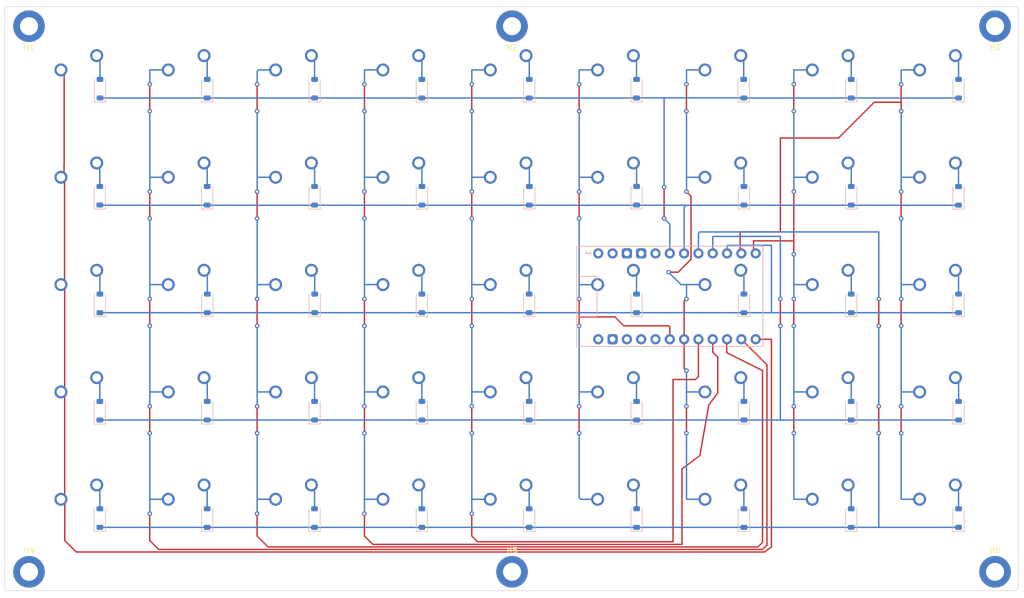
<source format=kicad_pcb>
(kicad_pcb (version 20240108) (generator "pcbnew") (generator_version "8.0")
  (layers (0 "F.Cu" signal) (31 "B.Cu" signal) (34 "B.Paste" user) (35 "F.Paste" user) (36 "B.SilkS" user "B.Silkscreen") (37 "F.SilkS" user "F.Silkscreen") (38 "B.Mask" user) (39 "F.Mask" user) (44 "Edge.Cuts" user))
  (net 0 "")
  (net 1 "Net-(D1-A)")
  (net 2 "Net-(D3-A)")
  (net 3 "Net-(D4-A)")
  (net 4 "Net-(D5-A)")
  (net 5 "Net-(D6-A)")
  (net 6 "Net-(D7-A)")
  (net 7 "Net-(D8-A)")
  (net 8 "Net-(D10-A)")
  (net 9 "Net-(D11-A)")
  (net 10 "Net-(D12-A)")
  (net 11 "Net-(D13-A)")
  (net 12 "Net-(D14-A)")
  (net 13 "Net-(D15-A)")
  (net 14 "Net-(D16-A)")
  (net 15 "Net-(D17-A)")
  (net 16 "Net-(D18-A)")
  (net 17 "Net-(D20-A)")
  (net 18 "Net-(D21-A)")
  (net 19 "Net-(D22-A)")
  (net 20 "Net-(D24-A)")
  (net 21 "Net-(D25-A)")
  (net 22 "Net-(D26-A)")
  (net 23 "Net-(D27-A)")
  (net 24 "Net-(D28-A)")
  (net 25 "Net-(D29-A)")
  (net 26 "Net-(D30-A)")
  (net 27 "Net-(D31-A)")
  (net 28 "Net-(D32-A)")
  (net 29 "Net-(D33-A)")
  (net 30 "Net-(D34-A)")
  (net 31 "Net-(D35-A)")
  (net 32 "Net-(D36-A)")
  (net 33 "Net-(D38-A)")
  (net 34 "Net-(D39-A)")
  (net 35 "Net-(D40-A)")
  (net 36 "Net-(D41-A)")
  (net 37 "Net-(D42-A)")
  (net 38 "Net-(D43-A)")
  (net 39 "Net-(D44-A)")
  (net 40 "Net-(D45-A)")
  (net 41 "Row0")
  (net 42 "Row1")
  (net 43 "Row2")
  (net 44 "Row3")
  (net 45 "Row4")
  (net 46 "Col8")
  (net 47 "Col0")
  (net 48 "Col1")
  (net 49 "Col2")
  (net 50 "Col3")
  (net 51 "Col4")
  (net 52 "Col5")
  (net 53 "Col6")
  (net 54 "Col7")
  (net 55 "Net-(D37-A)")
  (net 56 "Net-(D23-A)")
  (net 57 "Net-(D19-A)")
  (net 58 "Net-(D2-A)")
  (net 59 "Net-(D9-A)")
  (footprint "PCM_marbastlib-mx:SW_MX_1u" (layer "F.Cu") (at 192.03 115.86)
    (property "Reference" "MX45" (hide yes))
    (property "Value" "MX_SW_solder" (hide yes))
  )
  (footprint "PCM_marbastlib-mx:SW_MX_1u" (layer "F.Cu") (at 134.889 39.6714)
    (property "Reference" "MX6" (hide yes))
    (property "Value" "MX_SW_solder" (hide yes))
  )
  (footprint "PCM_marbastlib-mx:SW_MX_1u" (layer "F.Cu") (at 172.989 77.7714)
    (property "Reference" "MX26" (hide yes))
    (property "Value" "MX_SW_solder" (hide yes))
  )
  (footprint "PCM_marbastlib-mx:SW_MX_1u" (layer "F.Cu") (at 96.789 115.8714)
    (property "Reference" "MX40" (hide yes))
    (property "Value" "MX_SW_solder" (hide yes))
  )
  (footprint "PCM_marbastlib-mx:SW_MX_1u" (layer "F.Cu") (at 77.739 96.8214)
    (property "Reference" "MX30" (hide yes))
    (property "Value" "MX_SW_solder" (hide yes))
  )
  (footprint "PCM_marbastlib-mx:SW_MX_1u" (layer "F.Cu") (at 153.939 58.7214)
    (property "Reference" "MX16" (hide yes))
    (property "Value" "MX_SW_solder" (hide yes))
  )
  (footprint "PCM_marbastlib-mx:SW_MX_1u" (layer "F.Cu") (at 96.79 77.77)
    (property "Reference" "MX23" (hide yes))
    (property "Value" "MX_SW_solder" (hide yes))
  )
  (footprint "PCM_marbastlib-mx:SW_MX_1u" (layer "F.Cu") (at 39.639 115.8714)
    (property "Reference" "MX37" (hide yes))
    (property "Value" "MX_SW_solder" (hide yes))
  )
  (footprint "PCM_marbastlib-mx:SW_MX_1u" (layer "F.Cu") (at 77.739 58.7214)
    (property "Reference" "MX12" (hide yes))
    (property "Value" "MX_SW_solder" (hide yes))
  )
  (footprint "PCM_marbastlib-mx:SW_MX_1u" (layer "F.Cu") (at 77.739 39.6714)
    (property "Reference" "MX3" (hide yes))
    (property "Value" "MX_SW_solder" (hide yes))
  )
  (footprint "PCM_marbastlib-mx:SW_MX_1u" (layer "F.Cu") (at 134.889 115.8714)
    (property "Reference" "MX42" (hide yes))
    (property "Value" "MX_SW_solder" (hide yes))
  )
  (footprint "PCM_marbastlib-mx:SW_MX_1u" (layer "F.Cu") (at 153.939 115.8714)
    (property "Reference" "MX43" (hide yes))
    (property "Value" "MX_SW_solder" (hide yes))
  )
  (footprint "PCM_marbastlib-mx:SW_MX_1u" (layer "F.Cu") (at 115.839 96.8214)
    (property "Reference" "MX32" (hide yes))
    (property "Value" "MX_SW_solder" (hide yes))
  )
  (footprint "PCM_marbastlib-mx:SW_MX_1u" (layer "F.Cu") (at 153.939 39.6714)
    (property "Reference" "MX7" (hide yes))
    (property "Value" "MX_SW_solder" (hide yes))
  )
  (footprint "PCM_marbastlib-mx:SW_MX_1u" (layer "F.Cu") (at 39.639 58.7214)
    (property "Reference" "MX10" (hide yes))
    (property "Value" "MX_SW_solder" (hide yes))
  )
  (footprint "MountingHole:MountingHole_3.2mm_M3_DIN965_Pad_TopBottom" (layer "F.Cu") (at 115.8875 29.36875 180)
    (property "Reference" "H2")
    (property "Value" "MountingHole")
  )
  (footprint "PCM_marbastlib-mx:SW_MX_1u" (layer "F.Cu") (at 39.639 96.8214)
    (property "Reference" "MX28" (hide yes))
    (property "Value" "MX_SW_solder" (hide yes))
  )
  (footprint "MountingHole:MountingHole_3.2mm_M3_DIN965_Pad_TopBottom" (layer "F.Cu") (at 201.6125 29.36875 180)
    (property "Reference" "H3")
    (property "Value" "MountingHole")
  )
  (footprint "PCM_marbastlib-mx:SW_MX_1u" (layer "F.Cu") (at 134.889 58.7214)
    (property "Reference" "MX15" (hide yes))
    (property "Value" "MX_SW_solder" (hide yes))
  )
  (footprint "PCM_marbastlib-mx:SW_MX_1u" (layer "F.Cu") (at 96.789 58.7214)
    (property "Reference" "MX13" (hide yes))
    (property "Value" "MX_SW_solder" (hide yes))
  )
  (footprint "PCM_marbastlib-mx:SW_MX_1u" (layer "F.Cu") (at 134.89 77.77)
    (property "Reference" "MX24" (hide yes))
    (property "Value" "MX_SW_solder" (hide yes))
  )
  (footprint "PCM_marbastlib-mx:SW_MX_1u" (layer "F.Cu") (at 192.039 58.7214)
    (property "Reference" "MX18" (hide yes))
    (property "Value" "MX_SW_solder" (hide yes))
  )
  (footprint "PCM_marbastlib-mx:SW_MX_1u" (layer "F.Cu") (at 77.739 115.8714)
    (property "Reference" "MX39" (hide yes))
    (property "Value" "MX_SW_solder" (hide yes))
  )
  (footprint "PCM_marbastlib-mx:SW_MX_1u" (layer "F.Cu") (at 58.689 39.6714)
    (property "Reference" "MX2" (hide yes))
    (property "Value" "MX_SW_solder" (hide yes))
  )
  (footprint "PCM_marbastlib-mx:SW_MX_1u" (layer "F.Cu") (at 192.039 77.7714)
    (property "Reference" "MX27" (hide yes))
    (property "Value" "MX_SW_solder" (hide yes))
  )
  (footprint "PCM_marbastlib-mx:SW_MX_1u" (layer "F.Cu") (at 96.789 39.6714)
    (property "Reference" "MX4" (hide yes))
    (property "Value" "MX_SW_solder" (hide yes))
  )
  (footprint "PCM_marbastlib-mx:SW_MX_1u" (layer "F.Cu") (at 192.039 96.8214)
    (property "Reference" "MX36" (hide yes))
    (property "Value" "MX_SW_solder" (hide yes))
  )
  (footprint "PCM_marbastlib-mx:SW_MX_1u" (layer "F.Cu") (at 58.689 58.7214)
    (property "Reference" "MX11" (hide yes))
    (property "Value" "MX_SW_solder" (hide yes))
  )
  (footprint "PCM_marbastlib-mx:SW_MX_1u" (layer "F.Cu") (at 115.839 39.6714)
    (property "Reference" "MX5" (hide yes))
    (property "Value" "MX_SW_solder" (hide yes))
  )
  (footprint "MountingHole:MountingHole_3.2mm_M3_DIN965_Pad_TopBottom" (layer "F.Cu") (at 30.1625 126.20625)
    (property "Reference" "H4")
    (property "Value" "MountingHole")
  )
  (footprint "PCM_marbastlib-mx:SW_MX_1u" (layer "F.Cu") (at 77.74 77.77)
    (property "Reference" "MX22" (hide yes))
    (property "Value" "MX_SW_solder" (hide yes))
  )
  (footprint "PCM_marbastlib-mx:SW_MX_1u" (layer "F.Cu") (at 153.939 77.7714)
    (property "Reference" "MX25" (hide yes))
    (property "Value" "MX_SW_solder" (hide yes))
  )
  (footprint "PCM_marbastlib-mx:SW_MX_1u" (layer "F.Cu") (at 115.84 77.77)
    (property "Reference" "MX19" (hide yes))
    (property "Value" "MX_SW_solder" (hide yes))
  )
  (footprint "PCM_marbastlib-mx:SW_MX_1u" (layer "F.Cu") (at 134.889 96.8214)
    (property "Reference" "MX33" (hide yes))
    (property "Value" "MX_SW_solder" (hide yes))
  )
  (footprint "MountingHole:MountingHole_3.2mm_M3_DIN965_Pad_TopBottom" (layer "F.Cu") (at 201.6125 126.20625)
    (property "Reference" "H6")
    (property "Value" "MountingHole")
  )
  (footprint "PCM_marbastlib-mx:SW_MX_1u" (layer "F.Cu") (at 58.69 77.77)
    (property "Reference" "MX21" (hide yes))
    (property "Value" "MX_SW_solder" (hide yes))
  )
  (footprint "PCM_marbastlib-mx:SW_MX_1u" (layer "F.Cu") (at 96.789 96.8214)
    (property "Reference" "MX31" (hide yes))
    (property "Value" "MX_SW_solder" (hide yes))
  )
  (footprint "PCM_marbastlib-mx:SW_MX_1u" (layer "F.Cu") (at 192.039 39.6714)
    (property "Reference" "MX9" (hide yes))
    (property "Value" "MX_SW_solder" (hide yes))
  )
  (footprint "PCM_marbastlib-mx:SW_MX_1u" (layer "F.Cu") (at 172.989 39.6714)
    (property "Reference" "MX8" (hide yes))
    (property "Value" "MX_SW_solder" (hide yes))
  )
  (footprint "PCM_marbastlib-mx:SW_MX_1u" (layer "F.Cu") (at 58.689 115.8714)
    (property "Reference" "MX38" (hide yes))
    (property "Value" "MX_SW_solder" (hide yes))
  )
  (footprint "MountingHole:MountingHole_3.2mm_M3_DIN965_Pad_TopBottom" (layer "F.Cu") (at 30.1625 29.36875 180)
    (property "Reference" "H1")
    (property "Value" "MountingHole")
  )
  (footprint "PCM_marbastlib-mx:SW_MX_1u" (layer "F.Cu") (at 115.839 58.7214)
    (property "Reference" "MX14" (hide yes))
    (property "Value" "MX_SW_solder" (hide yes))
  )
  (footprint "PCM_marbastlib-mx:SW_MX_1u" (layer "F.Cu") (at 172.989 115.8714)
    (property "Reference" "MX44" (hide yes))
    (property "Value" "MX_SW_solder" (hide yes))
  )
  (footprint "MountingHole:MountingHole_3.2mm_M3_DIN965_Pad_TopBottom" (layer "F.Cu") (at 115.8875 126.20625)
    (property "Reference" "H5")
    (property "Value" "MountingHole")
  )
  (footprint "PCM_marbastlib-mx:SW_MX_1u" (layer "F.Cu") (at 39.639 39.6714)
    (property "Reference" "MX1" (hide yes))
    (property "Value" "MX_SW_solder" (hide yes))
  )
  (footprint "PCM_marbastlib-mx:SW_MX_1u" (layer "F.Cu") (at 39.64 77.77)
    (property "Reference" "MX20" (hide yes))
    (property "Value" "MX_SW_solder" (hide yes))
  )
  (footprint "PCM_marbastlib-mx:SW_MX_1u" (layer "F.Cu") (at 153.939 96.8214)
    (property "Reference" "MX34" (hide yes))
    (property "Value" "MX_SW_solder" (hide yes))
  )
  (footprint "PCM_marbastlib-mx:SW_MX_1u" (layer "F.Cu") (at 115.839 115.8714)
    (property "Reference" "MX41" (hide yes))
    (property "Value" "MX_SW_solder" (hide yes))
  )
  (footprint "PCM_marbastlib-mx:SW_MX_1u" (layer "F.Cu") (at 172.989 58.7214)
    (property "Reference" "MX17" (hide yes))
    (property "Value" "MX_SW_solder" (hide yes))
  )
  (footprint "PCM_marbastlib-mx:SW_MX_1u" (layer "F.Cu") (at 172.989 96.8214)
    (property "Reference" "MX35" (hide yes))
    (property "Value" "MX_SW_solder" (hide yes))
  )
  (footprint "PCM_marbastlib-mx:SW_MX_1u" (layer "F.Cu") (at 58.689 96.8214)
    (property "Reference" "MX29" (hide yes))
    (property "Value" "MX_SW_solder" (hide yes))
  )
  (footprint "Diode_SMD:D_SOD-123" (layer "B.Cu") (at 157.0452 97.6152 90)
    (property "Reference" "D34" (hide yes))
    (property "Value" "D_Small" (hide yes))
  )
  (footprint "PCM_marbastlib-xp-promicroish:ProMicro_USBup" (layer "B.Cu") (at 145.161 77.31125 -90)
    (property "Reference" "J1" (hide yes))
    (property "Value" "Conn_02x12_Top_Bottom" (hide yes))
  )
  (footprint "Diode_SMD:D_SOD-123" (layer "B.Cu") (at 195.1352 116.6652 90)
    (property "Reference" "D45" (hide yes))
    (property "Value" "D_Small" (hide yes))
  )
  (footprint "Diode_SMD:D_SOD-123" (layer "B.Cu") (at 157.0452 78.5652 90)
    (property "Reference" "D25" (hide yes))
    (property "Value" "D_Small" (hide yes))
  )
  (footprint "Diode_SMD:D_SOD-123" (layer "B.Cu") (at 99.8852 40.4652 90)
    (property "Reference" "D4" (hide yes))
    (property "Value" "D_Small" (hide yes))
  )
  (footprint "Diode_SMD:D_SOD-123" (layer "B.Cu") (at 42.7252 97.6152 90)
    (property "Reference" "D28" (hide yes))
    (property "Value" "D_Small" (hide yes))
  )
  (footprint "Diode_SMD:D_SOD-123" (layer "B.Cu") (at 118.9352 116.6652 90)
    (property "Reference" "D41" (hide yes))
    (property "Value" "D_Small")
  )
  (footprint "Diode_SMD:D_SOD-123" (layer "B.Cu") (at 137.9852 40.4652 90)
    (property "Reference" "D6" (hide yes))
    (property "Value" "D_Small" (hide yes))
  )
  (footprint "Diode_SMD:D_SOD-123" (layer "B.Cu") (at 157.0352 116.6652 90)
    (property "Reference" "D43" (hide yes))
    (property "Value" "D_Small" (hide yes))
  )
  (footprint "Diode_SMD:D_SOD-123" (layer "B.Cu") (at 99.8852 116.6652 90)
    (property "Reference" "D40" (hide yes))
    (property "Value" "D_Small" (hide yes))
  )
  (footprint "Diode_SMD:D_SOD-123" (layer "B.Cu") (at 99.8852 78.5652 90)
    (property "Reference" "D22" (hide yes))
    (property "Value" "D_Small" (hide yes))
  )
  (footprint "Diode_SMD:D_SOD-123" (layer "B.Cu") (at 176.0852 116.6652 90)
    (property "Reference" "D44" (hide yes))
    (property "Value" "D_Small" (hide yes))
  )
  (footprint "Diode_SMD:D_SOD-123" (layer "B.Cu") (at 176.0852 40.4652 90)
    (property "Reference" "D8" (hide yes))
    (property "Value" "D_Small" (hide yes))
  )
  (footprint "Diode_SMD:D_SOD-123" (layer "B.Cu") (at 195.1252 59.4752 90)
    (property "Reference" "D18" (hide yes))
    (property "Value" "D_Small" (hide yes))
  )
  (footprint "Diode_SMD:D_SOD-123" (layer "B.Cu") (at 157.0452 59.4652 90)
    (property "Reference" "D16" (hide yes))
    (property "Value" "D_Small" (hide yes))
  )
  (footprint "Diode_SMD:D_SOD-123" (layer "B.Cu") (at 80.8352 116.6652 90)
    (property "Reference" "D39" (hide yes))
    (property "Value" "D_Small" (hide yes))
  )
  (footprint "Diode_SMD:D_SOD-123" (layer "B.Cu") (at 42.7352 78.5652 90)
    (property "Reference" "D19" (hide yes))
    (property "Value" "D_Small" (hide yes))
  )
  (footprint "Diode_SMD:D_SOD-123" (layer "B.Cu") (at 61.7852 59.4627 90)
    (property "Reference" "D11" (hide yes))
    (property "Value" "D_Small" (hide yes))
  )
  (footprint "Diode_SMD:D_SOD-123" (layer "B.Cu") (at 195.1352 78.5652 90)
    (property "Reference" "D27" (hide yes))
    (property "Value" "D_Small" (hide yes))
  )
  (footprint "Diode_SMD:D_SOD-123" (layer "B.Cu") (at 61.7952 97.6152 90)
    (property "Reference" "D29" (hide yes))
    (property "Value" "D_Small" (hide yes))
  )
  (footprint "Diode_SMD:D_SOD-123" (layer "B.Cu") (at 118.9652 59.4652 90)
    (property "Reference" "D14" (hide yes))
    (property "Value" "D_Small" (hide yes))
  )
  (footprint "Diode_SMD:D_SOD-123" (layer "B.Cu") (at 137.9952 116.6652 90)
    (property "Reference" "D42" (hide yes))
    (property "Value" "D_Small")
  )
  (footprint "Diode_SMD:D_SOD-123" (layer "B.Cu") (at 42.7552 40.4652 90)
    (property "Reference" "D1" (hide yes))
    (property "Value" "D_Small" (hide yes))
  )
  (footprint "Diode_SMD:D_SOD-123" (layer "B.Cu") (at 176.0952 59.4652 90)
    (property "Reference" "D17" (hide yes))
    (property "Value" "D_Small" (hide yes))
  )
  (footprint "Diode_SMD:D_SOD-123" (layer "B.Cu") (at 137.9852 97.6152 90)
    (property "Reference" "D33" (hide yes))
    (property "Value" "D_Small" (hide yes))
  )
  (footprint "Diode_SMD:D_SOD-123" (layer "B.Cu") (at 61.7852 116.6652 90)
    (property "Reference" "D38" (hide yes))
    (property "Value" "D_Small" (hide yes))
  )
  (footprint "Diode_SMD:D_SOD-123" (layer "B.Cu") (at 118.9452 40.4652 90)
    (property "Reference" "D5" (hide yes))
    (property "Value" "D_Small" (hide yes))
  )
  (footprint "Diode_SMD:D_SOD-123" (layer "B.Cu") (at 195.1352 40.4652 90)
    (property "Reference" "D9" (hide yes))
    (property "Value" "D_Small" (hide yes))
  )
  (footprint "Diode_SMD:D_SOD-123" (layer "B.Cu") (at 137.9952 59.4552 90)
    (property "Reference" "D15" (hide yes))
    (property "Value" "D_Small" (hide yes))
  )
  (footprint "Diode_SMD:D_SOD-123" (layer "B.Cu") (at 80.8452 97.6152 90)
    (property "Reference" "D30" (hide yes))
    (property "Value" "D_Small" (hide yes))
  )
  (footprint "Diode_SMD:D_SOD-123" (layer "B.Cu") (at 61.8152 78.5652 90)
    (property "Reference" "D20" (hide yes))
    (property "Value" "D_Small" (hide yes))
  )
  (footprint "Diode_SMD:D_SOD-123" (layer "B.Cu") (at 118.9252 78.5652 90)
    (property "Reference" "D23" (hide yes))
    (property "Value" "D_Small" (hide yes))
  )
  (footprint "Diode_SMD:D_SOD-123" (layer "B.Cu") (at 80.8452 59.4652 90)
    (property "Reference" "D12" (hide yes))
    (property "Value" "D_Small" (hide yes))
  )
  (footprint "Diode_SMD:D_SOD-123" (layer "B.Cu") (at 195.1452 97.6152 90)
    (property "Reference" "D36" (hide yes))
    (property "Value" "D_Small" (hide yes))
  )
  (footprint "Diode_SMD:D_SOD-123" (layer "B.Cu") (at 176.0852 97.6152 90)
    (property "Reference" "D35" (hide yes))
    (property "Value" "D_Small" (hide yes))
  )
  (footprint "Diode_SMD:D_SOD-123" (layer "B.Cu") (at 42.7252 59.4627 90)
    (property "Reference" "D10" (hide yes))
    (property "Value" "D_Small" (hide yes))
  )
  (footprint "Diode_SMD:D_SOD-123" (layer "B.Cu") (at 118.9352 97.6152 90)
    (property "Reference" "D32" (hide yes))
    (property "Value" "D_Small" (hide yes))
  )
  (footprint "Diode_SMD:D_SOD-123" (layer "B.Cu") (at 176.0952 78.5652 90)
    (property "Reference" "D26" (hide yes))
    (property "Value" "D_Small" (hide yes))
  )
  (footprint "Diode_SMD:D_SOD-123" (layer "B.Cu") (at 80.8652 78.5652 90)
    (property "Reference" "D21" (hide yes))
    (property "Value" "D_Small" (hide yes))
  )
  (footprint "Diode_SMD:D_SOD-123" (layer "B.Cu") (at 157.0052 40.4652 90)
    (property "Reference" "D7" (hide yes))
    (property "Value" "D_Small" (hide yes))
  )
  (footprint "Diode_SMD:D_SOD-123" (layer "B.Cu") (at 99.8952 59.4627 90)
    (property "Reference" "D13" (hide yes))
    (property "Value" "D_Small" (hide yes))
  )
  (footprint "Diode_SMD:D_SOD-123" (layer "B.Cu") (at 137.9852 78.5652 90)
    (property "Reference" "D24" (hide yes))
    (property "Value" "D_Small" (hide yes))
  )
  (footprint "Diode_SMD:D_SOD-123" (layer "B.Cu") (at 42.7352 116.6652 90)
    (property "Reference" "D37" (hide yes))
    (property "Value" "D_Small" (hide yes))
  )
  (footprint "Diode_SMD:D_SOD-123" (layer "B.Cu") (at 61.7852 40.4652 90)
    (property "Reference" "D2" (hide yes))
    (property "Value" "D_Small" (hide yes))
  )
  (footprint "Diode_SMD:D_SOD-123" (layer "B.Cu") (at 99.8852 97.6152 90)
    (property "Reference" "D31" (hide yes))
    (property "Value" "D_Small" (hide yes))
  )
  (footprint "Diode_SMD:D_SOD-123" (layer "B.Cu") (at 80.8452 40.4652 90)
    (property "Reference" "D3" (hide yes))
    (property "Value" "D_Small" (hide yes))
  )
  (gr_arc (start 205.105 25.908) (mid 205.554013 26.093987) (end 205.74 26.543) (stroke (width 0.1)) (layer "Edge.Cuts"))
  (gr_arc (start 26.459013 129.54) (mid 26.01 129.354013) (end 25.824013 128.905) (stroke (width 0.1)) (layer "Edge.Cuts"))
  (gr_line (start 205.74 128.778) (end 205.74 26.543) (stroke (width 0.1)) (layer "Edge.Cuts"))
  (gr_line (start 26.543 25.908) (end 26.459013 25.908) (stroke (width 0.1)) (layer "Edge.Cuts"))
  (gr_line (start 26.459013 129.54) (end 205.105 129.535) (stroke (width 0.1)) (layer "Edge.Cuts"))
  (gr_line (start 205.105 25.908) (end 26.543 25.908) (stroke (width 0.1)) (layer "Edge.Cuts"))
  (gr_line (start 25.824013 26.543) (end 25.824013 128.905) (stroke (width 0.1)) (layer "Edge.Cuts"))
  (gr_arc (start 25.824013 26.543) (mid 26.01 26.093987) (end 26.459013 25.908) (stroke (width 0.1)) (layer "Edge.Cuts"))
  (gr_arc (start 205.74 128.9) (mid 205.554013 129.349013) (end 205.105 129.535) (stroke (width 0.1)) (layer "Edge.Cuts"))
  (gr_line (start 205.74 128.778) (end 205.74 128.9) (stroke (width 0.1)) (layer "Edge.Cuts"))
  (segment (start 42.7552 38.8152) (end 42.7552 35.1676) (width 0.25) (layer "B.Cu") (net 1))
  (segment (start 80.8452 38.8152) (end 80.8452 35.1576) (width 0.25) (layer "B.Cu") (net 2))
  (segment (start 99.8852 38.8152) (end 99.8852 35.1476) (width 0.25) (layer "B.Cu") (net 3))
  (segment (start 118.9452 38.8152) (end 118.9452 35.1576) (width 0.25) (layer "B.Cu") (net 4))
  (segment (start 137.9852 38.8152) (end 137.9852 35.1476) (width 0.25) (layer "B.Cu") (net 5))
  (segment (start 157.0052 38.8152) (end 157.0052 35.1176) (width 0.25) (layer "B.Cu") (net 6))
  (segment (start 176.0852 38.8152) (end 176.0852 35.1476) (width 0.25) (layer "B.Cu") (net 7))
  (segment (start 42.7252 57.8127) (end 42.7252 54.1876) (width 0.25) (layer "B.Cu") (net 8))
  (segment (start 61.7852 57.8127) (end 61.7852 54.1976) (width 0.25) (layer "B.Cu") (net 9))
  (segment (start 80.8452 57.8152) (end 80.8452 54.2076) (width 0.25) (layer "B.Cu") (net 10))
  (segment (start 99.8952 57.8127) (end 99.8952 54.2076) (width 0.25) (layer "B.Cu") (net 11))
  (segment (start 118.9652 54.2276) (end 118.379 53.6414) (width 0.25) (layer "B.Cu") (net 12))
  (segment (start 118.9652 57.8152) (end 118.9652 54.2276) (width 0.25) (layer "B.Cu") (net 12))
  (segment (start 137.9952 57.8052) (end 137.9952 54.2076) (width 0.25) (layer "B.Cu") (net 13))
  (segment (start 157.0452 57.8152) (end 157.0452 54.2076) (width 0.25) (layer "B.Cu") (net 14))
  (segment (start 176.0952 57.8152) (end 176.0952 54.2076) (width 0.25) (layer "B.Cu") (net 15))
  (segment (start 195.1252 57.8252) (end 195.1252 54.1876) (width 0.25) (layer "B.Cu") (net 16))
  (segment (start 61.8152 76.9152) (end 61.8152 73.2776) (width 0.25) (layer "B.Cu") (net 17))
  (segment (start 80.8652 76.9152) (end 80.8652 73.2776) (width 0.25) (layer "B.Cu") (net 18))
  (segment (start 99.8852 76.9152) (end 99.8852 73.2476) (width 0.25) (layer "B.Cu") (net 19))
  (segment (start 137.9852 76.9152) (end 137.9852 73.2452) (width 0.25) (layer "B.Cu") (net 20))
  (segment (start 137.9852 73.2452) (end 137.45 72.71) (width 0.25) (layer "B.Cu") (net 20))
  (segment (start 157.0452 76.9152) (end 157.0452 73.2576) (width 0.25) (layer "B.Cu") (net 21))
  (segment (start 157.0452 73.2576) (end 156.479 72.6914) (width 0.25) (layer "B.Cu") (net 21))
  (segment (start 176.0952 76.9152) (end 176.0952 73.2576) (width 0.25) (layer "B.Cu") (net 22))
  (segment (start 176.0952 73.2576) (end 175.529 72.6914) (width 0.25) (layer "B.Cu") (net 22))
  (segment (start 195.1352 76.9152) (end 195.1352 73.2476) (width 0.25) (layer "B.Cu") (net 23))
  (segment (start 42.7252 95.9652) (end 42.7252 92.2876) (width 0.25) (layer "B.Cu") (net 24))
  (segment (start 61.7952 95.9652) (end 61.7952 92.3076) (width 0.25) (layer "B.Cu") (net 25))
  (segment (start 80.8452 95.9652) (end 80.8452 92.3076) (width 0.25) (layer "B.Cu") (net 26))
  (segment (start 99.8852 95.9652) (end 99.8852 92.2976) (width 0.25) (layer "B.Cu") (net 27))
  (segment (start 118.9352 95.9652) (end 118.9352 92.2976) (width 0.25) (layer "B.Cu") (net 28))
  (segment (start 137.9852 95.9652) (end 137.9852 92.2976) (width 0.25) (layer "B.Cu") (net 29))
  (segment (start 157.0452 95.9652) (end 157.0452 92.3076) (width 0.25) (layer "B.Cu") (net 30))
  (segment (start 176.0852 95.9652) (end 176.0852 92.2976) (width 0.25) (layer "B.Cu") (net 31))
  (segment (start 195.1452 95.9652) (end 195.1452 92.3076) (width 0.25) (layer "B.Cu") (net 32))
  (segment (start 61.7852 115.0152) (end 61.7852 111.3476) (width 0.25) (layer "B.Cu") (net 33))
  (segment (start 80.8352 115.0152) (end 80.8352 111.3476) (width 0.25) (layer "B.Cu") (net 34))
  (segment (start 99.8852 115.0152) (end 99.8852 111.3476) (width 0.25) (layer "B.Cu") (net 35))
  (segment (start 118.9352 115.0152) (end 118.9352 111.3476) (width 0.25) (layer "B.Cu") (net 36))
  (segment (start 137.9952 111.3576) (end 137.429 110.7914) (width 0.25) (layer "B.Cu") (net 37))
  (segment (start 137.9952 115.0152) (end 137.9952 111.3576) (width 0.25) (layer "B.Cu") (net 37))
  (segment (start 157.0352 115.0152) (end 157.0352 111.3476) (width 0.25) (layer "B.Cu") (net 38))
  (segment (start 176.0852 115.0152) (end 176.0852 111.3476) (width 0.25) (layer "B.Cu") (net 39))
  (segment (start 195.1352 115.0152) (end 195.1352 111.3476) (width 0.25) (layer "B.Cu") (net 40))
  (segment (start 142.875 57.94375) (end 142.875 63.5) (width 0.25) (layer "F.Cu") (net 41))
  (via (at 142.875 63.5) (size 0.8) (drill 0.4) (layers "F.Cu" "B.Cu") (net 41))
  (via (at 142.875 57.94375) (size 0.8) (drill 0.4) (layers "F.Cu" "B.Cu") (net 41))
  (segment (start 143.891 64.516) (end 143.891 70.231) (width 0.25) (layer "B.Cu") (net 41))
  (segment (start 138.004 42.0964) (end 142.875 42.0964) (width 0.25) (layer "B.Cu") (net 41))
  (segment (start 61.7852 42.1152) (end 80.8452 42.1152) (width 0.25) (layer "B.Cu") (net 41))
  (segment (start 118.9452 42.1152) (end 137.9852 42.1152) (width 0.25) (layer "B.Cu") (net 41))
  (segment (start 142.875 42.0964) (end 156.9864 42.0964) (width 0.25) (layer "B.Cu") (net 41))
  (segment (start 99.8852 42.1152) (end 118.9452 42.1152) (width 0.25) (layer "B.Cu") (net 41))
  (segment (start 156.9864 42.0964) (end 157.0052 42.1152) (width 0.25) (layer "B.Cu") (net 41))
  (segment (start 137.9852 42.1152) (end 138.004 42.0964) (width 0.25) (layer "B.Cu") (net 41))
  (segment (start 157.0052 42.1152) (end 176.0852 42.1152) (width 0.25) (layer "B.Cu") (net 41))
  (segment (start 42.7552 42.1152) (end 61.7852 42.1152) (width 0.25) (layer "B.Cu") (net 41))
  (segment (start 176.0852 42.1152) (end 195.1352 42.1152) (width 0.25) (layer "B.Cu") (net 41))
  (segment (start 80.8452 42.1152) (end 99.8852 42.1152) (width 0.25) (layer "B.Cu") (net 41))
  (segment (start 142.875 42.0964) (end 142.875 57.94375) (width 0.25) (layer "B.Cu") (net 41))
  (segment (start 142.875 63.5) (end 143.891 64.516) (width 0.25) (layer "B.Cu") (net 41))
  (segment (start 137.9952 61.1052) (end 137.954 61.1464) (width 0.25) (layer "B.Cu") (net 42))
  (segment (start 42.7589 61.1464) (end 42.7252 61.1127) (width 0.25) (layer "B.Cu") (net 42))
  (segment (start 146.431 61.55915) (end 146.84375 61.1464) (width 0.25) (layer "B.Cu") (net 42))
  (segment (start 157.0452 61.1152) (end 157.014 61.1464) (width 0.25) (layer "B.Cu") (net 42))
  (segment (start 176.1264 61.1464) (end 176.0952 61.1152) (width 0.25) (layer "B.Cu") (net 42))
  (segment (start 146.84375 61.1464) (end 146.05 61.1464) (width 0.25) (layer "B.Cu") (net 42))
  (segment (start 176.0952 61.1152) (end 176.064 61.1464) (width 0.25) (layer "B.Cu") (net 42))
  (segment (start 146.05 61.1464) (end 138.0364 61.1464) (width 0.25) (layer "B.Cu") (net 42))
  (segment (start 157.014 61.1464) (end 146.84375 61.1464) (width 0.25) (layer "B.Cu") (net 42))
  (segment (start 137.954 61.1464) (end 42.7589 61.1464) (width 0.25) (layer "B.Cu") (net 42))
  (segment (start 195.1252 61.1252) (end 195.104 61.1464) (width 0.25) (layer "B.Cu") (net 42))
  (segment (start 195.104 61.1464) (end 176.1264 61.1464) (width 0.25) (layer "B.Cu") (net 42))
  (segment (start 176.064 61.1464) (end 157.0764 61.1464) (width 0.25) (layer "B.Cu") (net 42))
  (segment (start 146.431 69.69125) (end 146.431 61.55915) (width 0.25) (layer "B.Cu") (net 42))
  (segment (start 157.0764 61.1464) (end 157.0452 61.1152) (width 0.25) (layer "B.Cu") (net 42))
  (segment (start 138.0364 61.1464) (end 137.9952 61.1052) (width 0.25) (layer "B.Cu") (net 42))
  (segment (start 161.925 68.2625) (end 154.1145 68.2625) (width 0.25) (layer "B.Cu") (net 43))
  (segment (start 154.1145 68.2625) (end 154.051 68.326) (width 0.25) (layer "B.Cu") (net 43))
  (segment (start 161.925 80.2152) (end 195.1352 80.2152) (width 0.25) (layer "B.Cu") (net 43))
  (segment (start 154.051 68.326) (end 154.051 69.69125) (width 0.25) (layer "B.Cu") (net 43))
  (segment (start 161.925 80.2152) (end 161.925 68.2625) (width 0.25) (layer "B.Cu") (net 43))
  (segment (start 42.7352 80.2152) (end 161.925 80.2152) (width 0.25) (layer "B.Cu") (net 43))
  (segment (start 163.5125 77.7875) (end 163.5125 82.55) (width 0.25) (layer "F.Cu") (net 44))
  (via (at 163.5125 77.7875) (size 0.8) (drill 0.4) (layers "F.Cu" "B.Cu") (net 44))
  (via (at 163.5125 82.55) (size 0.8) (drill 0.4) (layers "F.Cu" "B.Cu") (net 44))
  (segment (start 163.5125 99.2652) (end 195.1452 99.2652) (width 0.25) (layer "B.Cu") (net 44))
  (segment (start 42.7252 99.2652) (end 163.5125 99.2652) (width 0.25) (layer "B.Cu") (net 44))
  (segment (start 163.5125 82.55) (end 163.5125 99.2652) (width 0.25) (layer "B.Cu") (net 44))
  (segment (start 151.60625 66.675) (end 163.5125 66.675) (width 0.25) (layer "B.Cu") (net 44))
  (segment (start 151.60625 66.675) (end 151.511 66.77025) (width 0.25) (layer "B.Cu") (net 44))
  (segment (start 151.511 66.77025) (end 151.511 69.69125) (width 0.25) (layer "B.Cu") (net 44))
  (segment (start 163.5125 66.675) (end 163.5125 77.7875) (width 0.25) (layer "B.Cu") (net 44))
  (segment (start 180.975 77.7875) (end 180.975 82.55) (width 0.25) (layer "F.Cu") (net 45))
  (segment (start 180.975 96.8375) (end 180.975 101.6) (width 0.25) (layer "F.Cu") (net 45))
  (via (at 180.975 82.55) (size 0.8) (drill 0.4) (layers "F.Cu" "B.Cu") (net 45))
  (via (at 180.975 77.7875) (size 0.8) (drill 0.4) (layers "F.Cu" "B.Cu") (net 45))
  (via (at 180.975 101.6) (size 0.8) (drill 0.4) (layers "F.Cu" "B.Cu") (net 45))
  (via (at 180.975 96.8375) (size 0.8) (drill 0.4) (layers "F.Cu" "B.Cu") (net 45))
  (segment (start 42.7352 118.3152) (end 180.975 118.3152) (width 0.25) (layer "B.Cu") (net 45))
  (segment (start 180.975 101.6) (end 180.975 118.3152) (width 0.25) (layer "B.Cu") (net 45))
  (segment (start 149.225 65.88125) (end 148.971 66.13525) (width 0.25) (layer "B.Cu") (net 45))
  (segment (start 180.975 118.3152) (end 182.5625 118.3152) (width 0.25) (layer "B.Cu") (net 45))
  (segment (start 182.5625 118.3152) (end 195.1352 118.3152) (width 0.25) (layer "B.Cu") (net 45))
  (segment (start 148.971 66.13525) (end 148.971 69.69125) (width 0.25) (layer "B.Cu") (net 45))
  (segment (start 180.975 65.88125) (end 180.975 77.7875) (width 0.25) (layer "B.Cu") (net 45))
  (segment (start 149.225 65.88125) (end 180.975 65.88125) (width 0.25) (layer "B.Cu") (net 45))
  (segment (start 180.975 82.55) (end 180.975 96.8375) (width 0.25) (layer "B.Cu") (net 45))
  (segment (start 180.18125 42.8625) (end 173.83125 49.2125) (width 0.25) (layer "F.Cu") (net 46))
  (segment (start 156.36875 65.88125) (end 156.36875 69.469) (width 0.25) (layer "F.Cu") (net 46))
  (segment (start 184.94375 96.8375) (end 184.94375 101.6) (width 0.25) (layer "F.Cu") (net 46))
  (segment (start 163.5125 65.88125) (end 156.36875 65.88125) (width 0.25) (layer "F.Cu") (net 46))
  (segment (start 156.36875 70.00875) (end 156.591 70.231) (width 0.25) (layer "F.Cu") (net 46))
  (segment (start 184.94375 77.7875) (end 184.94375 82.55) (width 0.25) (layer "F.Cu") (net 46))
  (segment (start 173.83125 49.2125) (end 163.5125 49.2125) (width 0.25) (layer "F.Cu") (net 46))
  (segment (start 156.36875 69.469) (end 156.591 69.69125) (width 0.25) (layer "F.Cu") (net 46))
  (segment (start 184.94375 42.8625) (end 180.18125 42.8625) (width 0.25) (layer "F.Cu") (net 46))
  (segment (start 163.5125 49.2125) (end 163.5125 65.88125) (width 0.25) (layer "F.Cu") (net 46))
  (segment (start 184.94375 58.7375) (end 184.94375 63.5) (width 0.25) (layer "F.Cu") (net 46))
  (segment (start 184.94375 42.8625) (end 184.94375 44.45) (width 0.25) (layer "F.Cu") (net 46))
  (segment (start 184.94375 39.6875) (end 184.94375 42.8625) (width 0.25) (layer "F.Cu") (net 46))
  (via (at 184.94375 101.6) (size 0.8) (drill 0.4) (layers "F.Cu" "B.Cu") (net 46))
  (via (at 184.94375 44.45) (size 0.8) (drill 0.4) (layers "F.Cu" "B.Cu") (net 46))
  (via (at 184.94375 63.5) (size 0.8) (drill 0.4) (layers "F.Cu" "B.Cu") (net 46))
  (via (at 184.94375 96.8375) (size 0.8) (drill 0.4) (layers "F.Cu" "B.Cu") (net 46))
  (via (at 184.94375 77.7875) (size 0.8) (drill 0.4) (layers "F.Cu" "B.Cu") (net 46))
  (via (at 184.94375 82.55) (size 0.8) (drill 0.4) (layers "F.Cu" "B.Cu") (net 46))
  (via (at 184.94375 58.7375) (size 0.8) (drill 0.4) (layers "F.Cu" "B.Cu") (net 46))
  (via (at 184.94375 39.6875) (size 0.8) (drill 0.4) (layers "F.Cu" "B.Cu") (net 46))
  (segment (start 188.229 37.1314) (end 184.954 37.1314) (width 0.25) (layer "B.Cu") (net 46))
  (segment (start 184.94375 63.5) (end 184.954 63.51025) (width 0.25) (layer "B.Cu") (net 46))
  (segment (start 184.94375 82.55) (end 184.954 82.56025) (width 0.25) (layer "B.Cu") (net 46))
  (segment (start 184.954 39.67725) (end 184.94375 39.6875) (width 0.25) (layer "B.Cu") (net 46))
  (segment (start 188.229 113.3314) (end 184.954 113.3314) (width 0.25) (layer "B.Cu") (net 46))
  (segment (start 184.94375 44.45) (end 184.954 44.46025) (width 0.25) (layer "B.Cu") (net 46))
  (segment (start 188.229 75.2314) (end 184.954 75.2314) (width 0.25) (layer "B.Cu") (net 46))
  (segment (start 184.954 82.56025) (end 184.954 94.2814) (width 0.25) (layer "B.Cu") (net 46))
  (segment (start 184.954 96.82725) (end 184.94375 96.8375) (width 0.25) (layer "B.Cu") (net 46))
  (segment (start 184.954 58.72725) (end 184.94375 58.7375) (width 0.25) (layer "B.Cu") (net 46))
  (segment (start 184.954 77.77725) (end 184.94375 77.7875) (width 0.25) (layer "B.Cu") (net 46))
  (segment (start 184.954 101.61025) (end 184.954 113.3314) (width 0.25) (layer "B.Cu") (net 46))
  (segment (start 184.954 37.1314) (end 184.954 39.67725) (width 0.25) (layer "B.Cu") (net 46))
  (segment (start 188.229 94.2814) (end 185.0726 94.2814) (width 0.25) (layer "B.Cu") (net 46))
  (segment (start 184.954 75.2314) (end 184.954 77.77725) (width 0.25) (layer "B.Cu") (net 46))
  (segment (start 184.954 44.46025) (end 184.954 56.1814) (width 0.25) (layer "B.Cu") (net 46))
  (segment (start 184.954 56.1814) (end 184.954 58.72725) (width 0.25) (layer "B.Cu") (net 46))
  (segment (start 188.229 56.1814) (end 184.954 56.1814) (width 0.25) (layer "B.Cu") (net 46))
  (segment (start 185.0726 94.2814) (end 184.954 94.4) (width 0.25) (layer "B.Cu") (net 46))
  (segment (start 184.954 94.2814) (end 184.954 94.4) (width 0.25) (layer "B.Cu") (net 46))
  (segment (start 184.94375 101.6) (end 184.954 101.61025) (width 0.25) (layer "B.Cu") (net 46))
  (segment (start 184.954 94.4) (end 184.954 96.82725) (width 0.25) (layer "B.Cu") (net 46))
  (segment (start 184.954 63.51025) (end 184.954 75.2314) (width 0.25) (layer "B.Cu") (net 46))
  (segment (start 161.925 84.93125) (end 159.131 84.93125) (width 0.25) (layer "F.Cu") (net 47))
  (segment (start 36.49 94.1) (end 36.49 113.15) (width 0.25) (layer "F.Cu") (net 47))
  (segment (start 160.68125 122.6875) (end 161.925 121.7875) (width 0.25) (layer "F.Cu") (net 47))
  (segment (start 35.8775 94.2329) (end 35.829 94.2814) (width 0.25) (layer "F.Cu") (net 47))
  (segment (start 161.925 121.7875) (end 161.925 84.93125) (width 0.25) (layer "F.Cu") (net 47))
  (segment (start 36.49 75.65) (end 36.49 94.6354) (width 0.25) (layer "F.Cu") (net 47))
  (segment (start 36.5125 114.0149) (end 36.5125 120.65) (width 0.25) (layer "F.Cu") (net 47))
  (segment (start 36.38 56.1964) (end 36.38 53.99) (width 0.25) (layer "F.Cu") (net 47))
  (segment (start 36.47 56.0924) (end 36.47 75.11) (width 0.25) (layer "F.Cu") (net 47))
  (segment (start 35.829 113.3314) (end 36.5125 114.0149) (width 0.25) (layer "F.Cu") (net 47))
  (segment (start 36.5125 120.65) (end 38.55 122.6875) (width 0.25) (layer "F.Cu") (net 47))
  (segment (start 38.55 122.6875) (end 38.89375 122.6875) (width 0.25) (layer "F.Cu") (net 47))
  (segment (start 38.89375 122.6875) (end 160.68125 122.6875) (width 0.25) (layer "F.Cu") (net 47))
  (segment (start 35.829 75.199) (end 35.8775 75.2475) (width 0.25) (layer "F.Cu") (net 47))
  (segment (start 36.4 37.0964) (end 36.4 53.94) (width 0.25) (layer "F.Cu") (net 47))
  (segment (start 51.59375 120.65) (end 53.18125 122.2375) (width 0.25) (layer "F.Cu") (net 48))
  (segment (start 161.13125 121.44375) (end 161.13125 91.28125) (width 0.25) (layer "F.Cu") (net 48))
  (segment (start 51.59375 115.8875) (end 51.59375 120.65) (width 0.25) (layer "F.Cu") (net 48))
  (segment (start 161.13125 89.4715) (end 161.13125 89.69375) (width 0.25) (layer "F.Cu") (net 48))
  (segment (start 161.13125 91.28125) (end 161.13125 89.69375) (width 0.25) (layer "F.Cu") (net 48))
  (segment (start 51.59375 58.7375) (end 51.59375 63.5) (width 0.25) (layer "F.Cu") (net 48))
  (segment (start 156.591 84.93125) (end 161.13125 89.4715) (width 0.25) (layer "F.Cu") (net 48))
  (segment (start 51.59375 39.6875) (end 51.59375 44.45) (width 0.25) (layer "F.Cu") (net 48))
  (segment (start 160.3375 122.2375) (end 161.13125 121.44375) (width 0.25) (layer "F.Cu") (net 48))
  (segment (start 51.59375 77.7875) (end 51.59375 82.55) (width 0.25) (layer "F.Cu") (net 48))
  (segment (start 51.59375 96.8375) (end 51.59375 101.6) (width 0.25) (layer "F.Cu") (net 48))
  (segment (start 53.18125 122.2375) (end 160.3375 122.2375) (width 0.25) (layer "F.Cu") (net 48))
  (via (at 51.59375 96.8375) (size 0.8) (drill 0.4) (layers "F.Cu" "B.Cu") (net 48))
  (via (at 51.59375 101.6) (size 0.8) (drill 0.4) (layers "F.Cu" "B.Cu") (net 48))
  (via (at 51.59375 44.45) (size 0.8) (drill 0.4) (layers "F.Cu" "B.Cu") (net 48))
  (via (at 51.59375 115.8875) (size 0.8) (drill 0.4) (layers "F.Cu" "B.Cu") (net 48))
  (via (at 51.59375 77.7875) (size 0.8) (drill 0.4) (layers "F.Cu" "B.Cu") (net 48))
  (via (at 51.59375 63.5) (size 0.8) (drill 0.4) (layers "F.Cu" "B.Cu") (net 48))
  (via (at 51.59375 82.55) (size 0.8) (drill 0.4) (layers "F.Cu" "B.Cu") (net 48))
  (via (at 51.59375 39.6875) (size 0.8) (drill 0.4) (layers "F.Cu" "B.Cu") (net 48))
  (via (at 51.59375 58.7375) (size 0.8) (drill 0.4) (layers "F.Cu" "B.Cu") (net 48))
  (segment (start 51.604 37.1314) (end 51.604 39.67725) (width 0.25) (layer "B.Cu") (net 48))
  (segment (start 51.604 94.2814) (end 51.604 96.82725) (width 0.25) (layer "B.Cu") (net 48))
  (segment (start 51.59375 44.45) (end 51.604 44.46025) (width 0.25) (layer "B.Cu") (net 48))
  (segment (start 51.604 44.46025) (end 51.604 56.1814) (width 0.25) (layer "B.Cu") (net 48))
  (segment (start 51.604 101.61025) (end 51.604 113.17) (width 0.25) (layer "B.Cu") (net 48))
  (segment (start 51.604 113.3314) (end 51.604 115.87725) (width 0.25) (layer "B.Cu") (net 48))
  (segment (start 51.604 82.56025) (end 51.604 94.2814) (width 0.25) (layer "B.Cu") (net 48))
  (segment (start 54.879 75.2314) (end 51.604 75.2314) (width 0.25) (layer "B.Cu") (net 48))
  (segment (start 51.604 56.1814) (end 51.604 58.72725) (width 0.25) (layer "B.Cu") (net 48))
  (segment (start 51.59375 82.55) (end 51.604 82.56025) (width 0.25) (layer "B.Cu") (net 48))
  (segment (start 51.604 63.51025) (end 51.604 75.2314) (width 0.25) (layer "B.Cu") (net 48))
  (segment (start 51.604 77.77725) (end 51.59375 77.7875) (width 0.25) (layer "B.Cu") (net 48))
  (segment (start 51.604 58.72725) (end 51.59375 58.7375) (width 0.25) (layer "B.Cu") (net 48))
  (segment (start 51.59375 101.6) (end 51.604 101.61025) (width 0.25) (layer "B.Cu") (net 48))
  (segment (start 51.604 37.1314) (end 54.879 37.1314) (width 0.25) (layer "B.Cu") (net 48))
  (segment (start 51.7654 113.3314) (end 51.604 113.17) (width 0.25) (layer "B.Cu") (net 48))
  (segment (start 51.604 56.1814) (end 54.879 56.1814) (width 0.25) (layer "B.Cu") (net 48))
  (segment (start 51.604 113.17) (end 51.604 113.3314) (width 0.25) (layer "B.Cu") (net 48))
  (segment (start 51.59375 63.5) (end 51.604 63.51025) (width 0.25) (layer "B.Cu") (net 48))
  (segment (start 54.879 113.3314) (end 51.7654 113.3314) (width 0.25) (layer "B.Cu") (net 48))
  (segment (start 51.604 96.82725) (end 51.59375 96.8375) (width 0.25) (layer "B.Cu") (net 48))
  (segment (start 51.604 115.87725) (end 51.59375 115.8875) (width 0.25) (layer "B.Cu") (net 48))
  (segment (start 51.604 39.67725) (end 51.59375 39.6875) (width 0.25) (layer "B.Cu") (net 48))
  (segment (start 51.604 75.2314) (end 51.604 77.77725) (width 0.25) (layer "B.Cu") (net 48))
  (segment (start 54.879 94.2814) (end 51.604 94.2814) (width 0.25) (layer "B.Cu") (net 48))
  (segment (start 160.3375 90.4875) (end 153.9875 87.3125) (width 0.25) (layer "F.Cu") (net 49))
  (segment (start 70.64375 119.85625) (end 72.575 121.7875) (width 0.25) (layer "F.Cu") (net 49))
  (segment (start 72.575 121.7875) (end 159.54375 121.7875) (width 0.25) (layer "F.Cu") (net 49))
  (segment (start 70.64375 101.6) (end 70.64375 96.8375) (width 0.25) (layer "F.Cu") (net 49))
  (segment (start 70.64375 63.5) (end 70.64375 58.7375) (width 0.25) (layer "F.Cu") (net 49))
  (segment (start 153.9875 87.3125) (end 153.9875 84.99475) (width 0.25) (layer "F.Cu") (net 49))
  (segment (start 159.54375 121.7875) (end 160.344 120.98725) (width 0.25) (layer "F.Cu") (net 49))
  (segment (start 153.9875 84.99475) (end 154.051 84.93125) (width 0.25) (layer "F.Cu") (net 49))
  (segment (start 70.64375 44.45) (end 70.64375 39.6875) (width 0.25) (layer "F.Cu") (net 49))
  (segment (start 70.64375 115.8875) (end 70.64375 119.85625) (width 0.25) (layer "F.Cu") (net 49))
  (segment (start 70.64375 82.55) (end 70.64375 77.7875) (width 0.25) (layer "F.Cu") (net 49))
  (segment (start 160.344 120.98725) (end 160.3375 90.4875) (width 0.25) (layer "F.Cu") (net 49))
  (via (at 70.64375 58.7375) (size 0.8) (drill 0.4) (layers "F.Cu" "B.Cu") (net 49))
  (via (at 70.64375 77.7875) (size 0.8) (drill 0.4) (layers "F.Cu" "B.Cu") (net 49))
  (via (at 70.64375 63.5) (size 0.8) (drill 0.4) (layers "F.Cu" "B.Cu") (net 49))
  (via (at 70.64375 101.6) (size 0.8) (drill 0.4) (layers "F.Cu" "B.Cu") (net 49))
  (via (at 70.64375 39.6875) (size 0.8) (drill 0.4) (layers "F.Cu" "B.Cu") (net 49))
  (via (at 70.64375 115.8875) (size 0.8) (drill 0.4) (layers "F.Cu" "B.Cu") (net 49))
  (via (at 70.64375 96.8375) (size 0.8) (drill 0.4) (layers "F.Cu" "B.Cu") (net 49))
  (via (at 70.64375 82.55) (size 0.8) (drill 0.4) (layers "F.Cu" "B.Cu") (net 49))
  (via (at 70.64375 44.45) (size 0.8) (drill 0.4) (layers "F.Cu" "B.Cu") (net 49))
  (segment (start 70.654 75.2314) (end 70.654 63.51025) (width 0.25) (layer "B.Cu") (net 49))
  (segment (start 70.654 39.67725) (end 70.64375 39.6875) (width 0.25) (layer "B.Cu") (net 49))
  (segment (start 70.8726 37.1314) (end 70.654 37.35) (width 0.25) (layer "B.Cu") (net 49))
  (segment (start 70.654 63.51025) (end 70.64375 63.5) (width 0.25) (layer "B.Cu") (net 49))
  (segment (start 73.929 37.1314) (end 70.8726 37.1314) (width 0.25) (layer "B.Cu") (net 49))
  (segment (start 73.929 75.2314) (end 70.654 75.2314) (width 0.25) (layer "B.Cu") (net 49))
  (segment (start 70.654 115.87725) (end 70.64375 115.8875) (width 0.25) (layer "B.Cu") (net 49))
  (segment (start 70.654 37.35) (end 70.654 39.67725) (width 0.25) (layer "B.Cu") (net 49))
  (segment (start 70.654 44.46025) (end 70.64375 44.45) (width 0.25) (layer "B.Cu") (net 49))
  (segment (start 70.64375 96.8375) (end 70.654 96.82725) (width 0.25) (layer "B.Cu") (net 49))
  (segment (start 73.929 94.2814) (end 70.654 94.2814) (width 0.25) (layer "B.Cu") (net 49))
  (segment (start 70.654 58.72725) (end 70.654 56.1814) (width 0.25) (layer "B.Cu") (net 49))
  (segment (start 70.654 94.2814) (end 70.654 82.56025) (width 0.25) (layer "B.Cu") (net 49))
  (segment (start 73.929 113.3314) (end 70.654 113.3314) (width 0.25) (layer "B.Cu") (net 49))
  (segment (start 70.654 77.77725) (end 70.654 75.2314) (width 0.25) (layer "B.Cu") (net 49))
  (segment (start 70.654 96.82725) (end 70.654 94.2814) (width 0.25) (layer "B.Cu") (net 49))
  (segment (start 70.654 113.3314) (end 70.654 115.87725) (width 0.25) (layer "B.Cu") (net 49))
  (segment (start 70.64375 77.7875) (end 70.654 77.77725) (width 0.25) (layer "B.Cu") (net 49))
  (segment (start 70.654 101.61025) (end 70.64375 101.6) (width 0.25) (layer "B.Cu") (net 49))
  (segment (start 70.64375 58.7375) (end 70.654 58.72725) (width 0.25) (layer "B.Cu") (net 49))
  (segment (start 73.929 56.1814) (end 70.654 56.1814) (width 0.25) (layer "B.Cu") (net 49))
  (segment (start 70.654 113.3314) (end 70.654 101.61025) (width 0.25) (layer "B.Cu") (net 49))
  (segment (start 70.654 82.56025) (end 70.64375 82.55) (width 0.25) (layer "B.Cu") (net 49))
  (segment (start 70.654 56.1814) (end 70.654 44.46025) (width 0.25) (layer "B.Cu") (net 49))
  (segment (start 146.05 107.95) (end 146.05 121.3375) (width 0.25) (layer "F.Cu") (net 50))
  (segment (start 151.511 84.93125) (end 151.511 87.21725) (width 0.25) (layer "F.Cu") (net 50))
  (segment (start 89.69375 58.7375) (end 89.69375 63.5) (width 0.25) (layer "F.Cu") (net 50))
  (segment (start 152.4 88.10625) (end 152.4 94.45625) (width 0.25) (layer "F.Cu") (net 50))
  (segment (start 149.225 105.56875) (end 146.05 107.95) (width 0.25) (layer "F.Cu") (net 50))
  (segment (start 89.69375 96.8375) (end 89.69375 101.6) (width 0.25) (layer "F.Cu") (net 50))
  (segment (start 151.511 87.21725) (end 152.4 88.10625) (width 0.25) (layer "F.Cu") (net 50))
  (segment (start 89.69375 77.7875) (end 89.69375 82.55) (width 0.25) (layer "F.Cu") (net 50))
  (segment (start 91.175 121.3375) (end 89.69375 119.85625) (width 0.25) (layer "F.Cu") (net 50))
  (segment (start 89.69375 119.85625) (end 89.69375 115.8875) (width 0.25) (layer "F.Cu") (net 50))
  (segment (start 152.4 94.45625) (end 150.8125 96.597769) (width 0.25) (layer "F.Cu") (net 50))
  (segment (start 150.8125 96.597769) (end 149.225 105.56875) (width 0.25) (layer "F.Cu") (net 50))
  (segment (start 146.05 121.3375) (end 91.175 121.3375) (width 0.25) (layer "F.Cu") (net 50))
  (segment (start 89.69375 39.6875) (end 89.69375 44.45) (width 0.25) (layer "F.Cu") (net 50))
  (via (at 89.69375 82.55) (size 0.8) (drill 0.4) (layers "F.Cu" "B.Cu") (net 50))
  (via (at 89.69375 96.8375) (size 0.8) (drill 0.4) (layers "F.Cu" "B.Cu") (net 50))
  (via (at 89.69375 58.7375) (size 0.8) (drill 0.4) (layers "F.Cu" "B.Cu") (net 50))
  (via (at 89.69375 101.6) (size 0.8) (drill 0.4) (layers "F.Cu" "B.Cu") (net 50))
  (via (at 89.69375 44.45) (size 0.8) (drill 0.4) (layers "F.Cu" "B.Cu") (net 50))
  (via (at 89.69375 63.5) (size 0.8) (drill 0.4) (layers "F.Cu" "B.Cu") (net 50))
  (via (at 89.69375 115.8875) (size 0.8) (drill 0.4) (layers "F.Cu" "B.Cu") (net 50))
  (via (at 89.69375 77.7875) (size 0.8) (drill 0.4) (layers "F.Cu" "B.Cu") (net 50))
  (via (at 89.69375 39.6875) (size 0.8) (drill 0.4) (layers "F.Cu" "B.Cu") (net 50))
  (segment (start 89.704 115.87725) (end 89.69375 115.8875) (width 0.25) (layer "B.Cu") (net 50))
  (segment (start 89.704 82.56025) (end 89.704 94.2814) (width 0.25) (layer "B.Cu") (net 50))
  (segment (start 89.704 63.51025) (end 89.704 75.2314) (width 0.25) (layer "B.Cu") (net 50))
  (segment (start 92.979 56.1814) (end 89.704 56.1814) (width 0.25) (layer "B.Cu") (net 50))
  (segment (start 92.979 75.2314) (end 89.704 75.2314) (width 0.25) (layer "B.Cu") (net 50))
  (segment (start 89.704 44.46025) (end 89.704 56.1814) (width 0.25) (layer "B.Cu") (net 50))
  (segment (start 89.704 94.2814) (end 89.704 96.82725) (width 0.25) (layer "B.Cu") (net 50))
  (segment (start 92.979 113.3314) (end 89.704 113.3314) (width 0.25) (layer "B.Cu") (net 50))
  (segment (start 89.704 75.2314) (end 89.704 77.77725) (width 0.25) (layer "B.Cu") (net 50))
  (segment (start 89.69375 101.6) (end 89.704 101.61025) (width 0.25) (layer "B.Cu") (net 50))
  (segment (start 89.704 58.72725) (end 89.69375 58.7375) (width 0.25) (layer "B.Cu") (net 50))
  (segment (start 89.69375 63.5) (end 89.704 63.51025) (width 0.25) (layer "B.Cu") (net 50))
  (segment (start 92.979 37.1314) (end 89.704 37.1314) (width 0.25) (layer "B.Cu") (net 50))
  (segment (start 92.979 94.2814) (end 89.704 94.2814) (width 0.25) (layer "B.Cu") (net 50))
  (segment (start 89.704 96.82725) (end 89.69375 96.8375) (width 0.25) (layer "B.Cu") (net 50))
  (segment (start 89.704 37.1314) (end 89.704 39.67725) (width 0.25) (layer "B.Cu") (net 50))
  (segment (start 89.704 101.61025) (end 89.704 113.3314) (width 0.25) (layer "B.Cu") (net 50))
  (segment (start 89.704 56.1814) (end 89.704 58.72725) (width 0.25) (layer "B.Cu") (net 50))
  (segment (start 89.704 39.67725) (end 89.69375 39.6875) (width 0.25) (layer "B.Cu") (net 50))
  (segment (start 89.704 77.77725) (end 89.69375 77.7875) (width 0.25) (layer "B.Cu") (net 50))
  (segment (start 89.69375 82.55) (end 89.704 82.56025) (width 0.25) (layer "B.Cu") (net 50))
  (segment (start 89.69375 44.45) (end 89.704 44.46025) (width 0.25) (layer "B.Cu") (net 50))
  (segment (start 89.704 113.3314) (end 89.704 115.87725) (width 0.25) (layer "B.Cu") (net 50))
  (segment (start 108.74375 115.8875) (end 108.74375 119.85625) (width 0.25) (layer "F.Cu") (net 51))
  (segment (start 108.74375 96.8375) (end 108.74375 101.6) (width 0.25) (layer "F.Cu") (net 51))
  (segment (start 108.74375 39.6875) (end 108.74375 44.45) (width 0.25) (layer "F.Cu") (net 51))
  (segment (start 148.971 91.53525) (end 148.43125 92.075) (width 0.25) (layer "F.Cu") (net 51))
  (segment (start 148.971 84.93125) (end 148.971 91.53525) (width 0.25) (layer "F.Cu") (net 51))
  (segment (start 109.775 120.8875) (end 144.4625 120.8875) (width 0.25) (layer "F.Cu") (net 51))
  (segment (start 148.43125 92.075) (end 144.4625 92.075) (width 0.25) (layer "F.Cu") (net 51))
  (segment (start 108.74375 58.7375) (end 108.74375 63.5) (width 0.25) (layer "F.Cu") (net 51))
  (segment (start 108.74375 119.85625) (end 109.775 120.8875) (width 0.25) (layer "F.Cu") (net 51))
  (segment (start 144.4625 92.075) (end 144.4625 120.8875) (width 0.25) (layer "F.Cu") (net 51))
  (segment (start 108.74375 77.7875) (end 108.74375 82.55) (width 0.25) (layer "F.Cu") (net 51))
  (via (at 108.74375 77.7875) (size 0.8) (drill 0.4) (layers "F.Cu" "B.Cu") (net 51))
  (via (at 108.74375 101.6) (size 0.8) (drill 0.4) (layers "F.Cu" "B.Cu") (net 51))
  (via (at 108.74375 39.6875) (size 0.8) (drill 0.4) (layers "F.Cu" "B.Cu") (net 51))
  (via (at 108.74375 115.8875) (size 0.8) (drill 0.4) (layers "F.Cu" "B.Cu") (net 51))
  (via (at 108.74375 58.7375) (size 0.8) (drill 0.4) (layers "F.Cu" "B.Cu") (net 51))
  (via (at 108.74375 82.55) (size 0.8) (drill 0.4) (layers "F.Cu" "B.Cu") (net 51))
  (via (at 108.74375 96.8375) (size 0.8) (drill 0.4) (layers "F.Cu" "B.Cu") (net 51))
  (via (at 108.74375 63.5) (size 0.8) (drill 0.4) (layers "F.Cu" "B.Cu") (net 51))
  (via (at 108.74375 44.45) (size 0.8) (drill 0.4) (layers "F.Cu" "B.Cu") (net 51))
  (segment (start 108.754 77.77725) (end 108.74375 77.7875) (width 0.25) (layer "B.Cu") (net 51))
  (segment (start 108.754 44.46025) (end 108.754 56.1814) (width 0.25) (layer "B.Cu") (net 51))
  (segment (start 108.74375 44.45) (end 108.754 44.46025) (width 0.25) (layer "B.Cu") (net 51))
  (segment (start 112.029 113.3314) (end 108.9054 113.3314) (width 0.25) (layer "B.Cu") (net 51))
  (segment (start 108.754 63.51025) (end 108.754 75.2314) (width 0.25) (layer "B.Cu") (net 51))
  (segment (start 108.74375 63.5) (end 108.754 63.51025) (width 0.25) (layer "B.Cu") (net 51))
  (segment (start 108.9054 113.3314) (end 108.754 113.18) (width 0.25) (layer "B.Cu") (net 51))
  (segment (start 112.029 56.1814) (end 108.754 56.1814) (width 0.25) (layer "B.Cu") (net 51))
  (segment (start 108.754 96.82725) (end 108.74375 96.8375) (width 0.25) (layer "B.Cu") (net 51))
  (segment (start 108.74375 82.55) (end 108.754 82.56025) (width 0.25) (layer "B.Cu") (net 51))
  (segment (start 108.754 82.56025) (end 108.754 94.2814) (width 0.25) (layer "B.Cu") (net 51))
  (segment (start 108.754 113.18) (end 108.754 113.3314) (width 0.25) (layer "B.Cu") (net 51))
  (segment (start 108.74375 101.6) (end 108.754 101.61025) (width 0.25) (layer "B.Cu") (net 51))
  (segment (start 108.754 101.61025) (end 108.754 113.18) (width 0.25) (layer "B.Cu") (net 51))
  (segment (start 112.029 75.2314) (end 108.754 75.2314) (width 0.25) (layer "B.Cu") (net 51))
  (segment (start 108.754 113.3314) (end 108.754 115.87725) (width 0.25) (layer "B.Cu") (net 51))
  (segment (start 112.029 37.1314) (end 108.754 37.1314) (width 0.25) (layer "B.Cu") (net 51))
  (segment (start 108.754 94.2814) (end 108.754 96.82725) (width 0.25) (layer "B.Cu") (net 51))
  (segment (start 108.754 115.87725) (end 108.74375 115.8875) (width 0.25) (layer "B.Cu") (net 51))
  (segment (start 108.754 56.1814) (end 108.754 58.72725) (width 0.25) (layer "B.Cu") (net 51))
  (segment (start 108.754 58.72725) (end 108.74375 58.7375) (width 0.25) (layer "B.Cu") (net 51))
  (segment (start 108.754 39.67725) (end 108.74375 39.6875) (width 0.25) (layer "B.Cu") (net 51))
  (segment (start 112.029 94.2814) (end 108.754 94.2814) (width 0.25) (layer "B.Cu") (net 51))
  (segment (start 108.754 75.2314) (end 108.754 77.77725) (width 0.25) (layer "B.Cu") (net 51))
  (segment (start 108.754 37.1314) (end 108.754 39.67725) (width 0.25) (layer "B.Cu") (net 51))
  (segment (start 127.79375 82.55) (end 127.79375 80.9625) (width 0.25) (layer "F.Cu") (net 52))
  (segment (start 127.79375 63.5) (end 127.79375 58.7375) (width 0.25) (layer "F.Cu") (net 52))
  (segment (start 127.79375 101.6) (end 127.79375 96.8375) (width 0.25) (layer "F.Cu") (net 52))
  (segment (start 143.66875 82.55) (end 143.891 82.77225) (width 0.25) (layer "F.Cu") (net 52))
  (segment (start 135.73125 82.55) (end 143.66875 82.55) (width 0.25) (layer "F.Cu") (net 52))
  (segment (start 143.891 82.77225) (end 143.891 85.471) (width 0.25) (layer "F.Cu") (net 52))
  (segment (start 127.79375 80.9625) (end 134.14375 80.9625) (width 0.25) (layer "F.Cu") (net 52))
  (segment (start 127.79375 80.9625) (end 127.79375 77.7875) (width 0.25) (layer "F.Cu") (net 52))
  (segment (start 134.14375 80.9625) (end 135.73125 82.55) (width 0.25) (layer "F.Cu") (net 52))
  (segment (start 127.79375 44.45) (end 127.79375 39.6875) (width 0.25) (layer "F.Cu") (net 52))
  (via (at 127.79375 44.45) (size 0.8) (drill 0.4) (layers "F.Cu" "B.Cu") (net 52))
  (via (at 127.79375 77.7875) (size 0.8) (drill 0.4) (layers "F.Cu" "B.Cu") (net 52))
  (via (at 127.79375 101.6) (size 0.8) (drill 0.4) (layers "F.Cu" "B.Cu") (net 52))
  (via (at 127.79375 96.8375) (size 0.8) (drill 0.4) (layers "F.Cu" "B.Cu") (net 52))
  (via (at 127.79375 63.5) (size 0.8) (drill 0.4) (layers "F.Cu" "B.Cu") (net 52))
  (via (at 127.79375 39.6875) (size 0.8) (drill 0.4) (layers "F.Cu" "B.Cu") (net 52))
  (via (at 127.79375 82.55) (size 0.8) (drill 0.4) (layers "F.Cu" "B.Cu") (net 52))
  (via (at 127.79375 58.7375) (size 0.8) (drill 0.4) (layers "F.Cu" "B.Cu") (net 52))
  (segment (start 127.8226 75.25) (end 127.804 75.2314) (width 0.25) (layer "B.Cu") (net 52))
  (segment (start 127.804 82.56025) (end 127.79375 82.55) (width 0.25) (layer "B.Cu") (net 52))
  (segment (start 127.79375 77.7875) (end 127.804 77.77725) (width 0.25) (layer "B.Cu") (net 52))
  (segment (start 127.79375 58.7375) (end 127.804 58.72725) (width 0.25) (layer "B.Cu") (net 52))
  (segment (start 127.804 75.2314) (end 127.804 63.51025) (width 0.25) (layer "B.Cu") (net 52))
  (segment (start 131.1 75.25) (end 127.8226 75.25) (width 0.25) (layer "B.Cu") (net 52))
  (segment (start 127.804 94.2814) (end 127.804 82.56025) (width 0.25) (layer "B.Cu") (net 52))
  (segment (start 127.804 63.51025) (end 127.79375 63.5) (width 0.25) (layer "B.Cu") (net 52))
  (segment (start 128.0554 113.3314) (end 127.804 113.08) (width 0.25) (layer "B.Cu") (net 52))
  (segment (start 127.804 58.72725) (end 127.804 56.1814) (width 0.25) (layer "B.Cu") (net 52))
  (segment (start 127.79375 39.6875) (end 127.804 39.67725) (width 0.25) (layer "B.Cu") (net 52))
  (segment (start 131.079 37.1314) (end 127.804 37.1314) (width 0.25) (layer "B.Cu") (net 52))
  (segment (start 131.079 56.1814) (end 127.804 56.1814) (width 0.25) (layer "B.Cu") (net 52))
  (segment (start 127.79375 96.8375) (end 127.804 96.82725) (width 0.25) (layer "B.Cu") (net 52))
  (segment (start 127.804 96.82725) (end 127.804 94.2814) (width 0.25) (layer "B.Cu") (net 52))
  (segment (start 127.804 56.1814) (end 127.804 44.46025) (width 0.25) (layer "B.Cu") (net 52))
  (segment (start 131.079 113.3314) (end 128.0554 113.3314) (width 0.25) (layer "B.Cu") (net 52))
  (segment (start 127.804 39.67725) (end 127.804 37.1314) (width 0.25) (layer "B.Cu") (net 52))
  (segment (start 131.079 94.2814) (end 127.804 94.2814) (width 0.25) (layer "B.Cu") (net 52))
  (segment (start 127.804 113.08) (end 127.804 101.61025) (width 0.25) (layer "B.Cu") (net 52))
  (segment (start 127.804 101.61025) (end 127.79375 101.6) (width 0.25) (layer "B.Cu") (net 52))
  (segment (start 127.804 44.46025) (end 127.79375 44.45) (width 0.25) (layer "B.Cu") (net 52))
  (segment (start 127.804 77.77725) (end 127.804 75.2314) (width 0.25) (layer "B.Cu") (net 52))
  (segment (start 146.84375 77.7875) (end 146.431 78.20025) (width 0.25) (layer "F.Cu") (net 53))
  (segment (start 146.431 78.20025) (end 146.431 85.471) (width 0.25) (layer "F.Cu") (net 53))
  (segment (start 146.431 85.471) (end 146.431 90.07475) (width 0.25) (layer "F.Cu") (net 53))
  (segment (start 145.369412 73.025) (end 143.66875 73.025) (width 0.25) (layer "F.Cu") (net 53))
  (segment (start 147.656 70.738412) (end 145.369412 73.025) (width 0.25) (layer "F.Cu") (net 53))
  (segment (start 147.656 59.54975) (end 147.656 70.738412) (width 0.25) (layer "F.Cu") (net 53))
  (segment (start 146.431 90.07475) (end 146.84375 90.4875) (width 0.25) (layer "F.Cu") (net 53))
  (segment (start 146.84375 96.8375) (end 146.84375 101.6) (width 0.25) (layer "F.Cu") (net 53))
  (segment (start 146.84375 39.6875) (end 146.84375 44.45) (width 0.25) (layer "F.Cu") (net 53))
  (segment (start 146.84375 58.7375) (end 147.656 59.54975) (width 0.25) (layer "F.Cu") (net 53))
  (via (at 146.84375 77.7875) (size 0.8) (drill 0.4) (layers "F.Cu" "B.Cu") (net 53))
  (via (at 146.84375 96.8375) (size 0.8) (drill 0.4) (layers "F.Cu" "B.Cu") (net 53))
  (via (at 146.84375 44.45) (size 0.8) (drill 0.4) (layers "F.Cu" "B.Cu") (net 53))
  (via (at 146.84375 101.6) (size 0.8) (drill 0.4) (layers "F.Cu" "B.Cu") (net 53))
  (via (at 146.84375 58.7375) (size 0.8) (drill 0.4) (layers "F.Cu" "B.Cu") (net 53))
  (via (at 146.84375 39.6875) (size 0.8) (drill 0.4) (layers "F.Cu" "B.Cu") (net 53))
  (via (at 143.66875 73.025) (size 0.8) (drill 0.4) (layers "F.Cu" "B.Cu") (net 53))
  (via (at 146.84375 90.4875) (size 0.8) (drill 0.4) (layers "F.Cu" "B.Cu") (net 53))
  (segment (start 146.854 101.61025) (end 146.854 113.3314) (width 0.25) (layer "B.Cu") (net 53))
  (segment (start 146.854 44.46025) (end 146.854 56.1814) (width 0.25) (layer "B.Cu") (net 53))
  (segment (start 146.9126 94.2814) (end 146.854 94.34) (width 0.25) (layer "B.Cu") (net 53))
  (segment (start 146.84375 90.4875) (end 146.854 90.49775) (width 0.25) (layer "B.Cu") (net 53))
  (segment (start 146.854 75.2314) (end 146.854 77.77725) (width 0.25) (layer "B.Cu") (net 53))
  (segment (start 146.854 96.82725) (end 146.84375 96.8375) (width 0.25) (layer "B.Cu") (net 53))
  (segment (start 150.129 75.2314) (end 146.68 75.2314) (width 0.25) (layer "B.Cu") (net 53))
  (segment (start 146.854 58.72725) (end 146.84375 58.7375) (width 0.25) (layer "B.Cu") (net 53))
  (segment (start 146.854 90.49775) (end 146.854 94.2814) (width 0.25) (layer "B.Cu") (net 53))
  (segment (start 150.129 94.2814) (end 146.9126 94.2814) (width 0.25) (layer "B.Cu") (net 53))
  (segment (start 146.68 75.2314) (end 146.854 75.2314) (width 0.25) (layer "B.Cu") (net 53))
  (segment (start 145.87515 75.2314) (end 146.68 75.2314) (width 0.25) (layer "B.Cu") (net 53))
  (segment (start 146.854 39.67725) (end 146.84375 39.6875) (width 0.25) (layer "B.Cu") (net 53))
  (segment (start 150.129 56.1814) (end 146.854 56.1814) (width 0.25) (layer "B.Cu") (net 53))
  (segment (start 146.854 77.77725) (end 146.84375 77.7875) (width 0.25) (layer "B.Cu") (net 53))
  (segment (start 146.84375 44.45) (end 146.854 44.46025) (width 0.25) (layer "B.Cu") (net 53))
  (segment (start 146.854 94.34) (end 146.854 96.82725) (width 0.25) (layer "B.Cu") (net 53))
  (segment (start 143.66875 73.025) (end 145.87515 75.2314) (width 0.25) (layer "B.Cu") (net 53))
  (segment (start 150.129 37.1314) (end 146.854 37.1314) (width 0.25) (layer "B.Cu") (net 53))
  (segment (start 146.84375 101.6) (end 146.854 101.61025) (width 0.25) (layer "B.Cu") (net 53))
  (segment (start 146.854 94.2814) (end 146.854 94.34) (width 0.25) (layer "B.Cu") (net 53))
  (segment (start 150.129 113.3314) (end 146.854 113.3314) (width 0.25) (layer "B.Cu") (net 53))
  (segment (start 146.854 37.1314) (end 146.854 39.67725) (width 0.25) (layer "B.Cu") (net 53))
  (segment (start 146.854 56.1814) (end 146.854 58.72725) (width 0.25) (layer "B.Cu") (net 53))
  (segment (start 165.89375 67.46875) (end 158.75 67.46875) (width 0.25) (layer "F.Cu") (net 54))
  (segment (start 158.75 69.31025) (end 159.131 69.69125) (width 0.25) (layer "F.Cu") (net 54))
  (segment (start 165.89375 101.6) (end 165.89375 96.8375) (width 0.25) (layer "F.Cu") (net 54))
  (segment (start 165.89375 67.46875) (end 165.89375 58.7375) (width 0.25) (layer "F.Cu") (net 54))
  (segment (start 158.75 67.46875) (end 158.75 69.31025) (width 0.25) (layer "F.Cu") (net 54))
  (segment (start 165.89375 69.05625) (end 165.89375 67.46875) (width 0.25) (layer "F.Cu") (net 54))
  (segment (start 165.89375 44.45) (end 165.89375 39.6875) (width 0.25) (layer "F.Cu") (net 54))
  (segment (start 165.89375 82.55) (end 165.89375 77.7875) (width 0.25) (layer "F.Cu") (net 54))
  (segment (start 165.89375 69.85) (end 165.89375 69.05625) (width 0.25) (layer "F.Cu") (net 54))
  (via (at 165.89375 82.55) (size 0.8) (drill 0.4) (layers "F.Cu" "B.Cu") (net 54))
  (via (at 165.89375 69.85) (size 0.8) (drill 0.4) (layers "F.Cu" "B.Cu") (net 54))
  (via (at 165.89375 96.8375) (size 0.8) (drill 0.4) (layers "F.Cu" "B.Cu") (net 54))
  (via (at 165.89375 39.6875) (size 0.8) (drill 0.4) (layers "F.Cu" "B.Cu") (net 54))
  (via (at 165.89375 77.7875) (size 0.8) (drill 0.4) (layers "F.Cu" "B.Cu") (net 54))
  (via (at 165.89375 44.45) (size 0.8) (drill 0.4) (layers "F.Cu" "B.Cu") (net 54))
  (via (at 165.89375 101.6) (size 0.8) (drill 0.4) (layers "F.Cu" "B.Cu") (net 54))
  (via (at 165.89375 58.7375) (size 0.8) (drill 0.4) (layers "F.Cu" "B.Cu") (net 54))
  (segment (start 169.179 113.3314) (end 165.904 113.3314) (width 0.25) (layer "B.Cu") (net 54))
  (segment (start 169.179 37.1314) (end 165.904 37.1314) (width 0.25) (layer "B.Cu") (net 54))
  (segment (start 165.904 58.72725) (end 165.904 56.1814) (width 0.25) (layer "B.Cu") (net 54))
  (segment (start 169.179 75.2314) (end 165.904 75.2314) (width 0.25) (layer "B.Cu") (net 54))
  (segment (start 169.179 94.2814) (end 165.904 94.2814) (width 0.25) (layer "B.Cu") (net 54))
  (segment (start 165.904 75.2314) (end 165.904 69.86025) (width 0.25) (layer "B.Cu") (net 54))
  (segment (start 165.89375 77.7875) (end 165.904 77.77725) (width 0.25) (layer "B.Cu") (net 54))
  (segment (start 165.904 113.3314) (end 165.904 101.61025) (width 0.25) (layer "B.Cu") (net 54))
  (segment (start 165.904 94.2814) (end 165.904 82.56025) (width 0.25) (layer "B.Cu") (net 54))
  (segment (start 165.904 69.86025) (end 165.89375 69.85) (width 0.25) (layer "B.Cu") (net 54))
  (segment (start 165.904 82.56025) (end 165.89375 82.55) (width 0.25) (layer "B.Cu") (net 54))
  (segment (start 165.904 56.1814) (end 165.904 44.46025) (width 0.25) (layer "B.Cu") (net 54))
  (segment (start 165.904 101.61025) (end 165.89375 101.6) (width 0.25) (layer "B.Cu") (net 54))
  (segment (start 165.89375 58.7375) (end 165.904 58.72725) (width 0.25) (layer "B.Cu") (net 54))
  (segment (start 165.89375 39.6875) (end 165.904 39.67725) (width 0.25) (layer "B.Cu") (net 54))
  (segment (start 165.89375 96.8375) (end 165.904 96.82725) (width 0.25) (layer "B.Cu") (net 54))
  (segment (start 165.904 39.67725) (end 165.904 37.1314) (width 0.25) (layer "B.Cu") (net 54))
  (segment (start 165.904 77.77725) (end 165.904 75.2314) (width 0.25) (layer "B.Cu") (net 54))
  (segment (start 165.904 44.46025) (end 165.89375 44.45) (width 0.25) (layer "B.Cu") (net 54))
  (segment (start 169.179 56.1814) (end 165.904 56.1814) (width 0.25) (layer "B.Cu") (net 54))
  (segment (start 165.904 96.82725) (end 165.904 94.2814) (width 0.25) (layer "B.Cu") (net 54))
  (segment (start 42.7352 115.0152) (end 42.7352 111.3476) (width 0.25) (layer "B.Cu") (net 55))
  (segment (start 118.9252 76.9152) (end 118.9252 73.2376) (width 0.25) (layer "B.Cu") (net 56))
  (segment (start 42.7352 73.2152) (end 42.7352 76.9152) (width 0.25) (layer "B.Cu") (net 57))
  (segment (start 42.2275 72.7075) (end 42.7352 73.2152) (width 0.25) (layer "B.Cu") (net 57))
  (segment (start 61.7852 35.1476) (end 61.7852 38.8152) (width 0.25) (layer "B.Cu") (net 58))
  (segment (start 61.229 34.5914) (end 61.7852 35.1476) (width 0.25) (layer "B.Cu") (net 58))
  (segment (start 195.1352 38.8152) (end 195.1352 35.1476) (width 0.25) (layer "B.Cu") (net 59))
  (segment (start 195.1352 35.1476) (end 194.579 34.5914) (width 0.25) (layer "B.Cu") (net 59))
)
</source>
